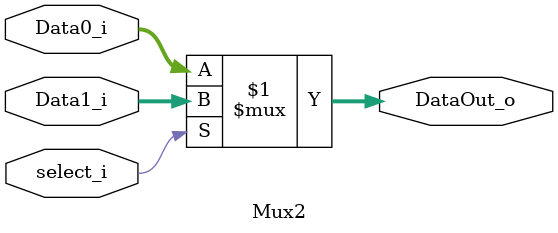
<source format=v>
module Mux2 #(
    parameter WIDTH = 8
)(
    Data0_i, 
    Data1_i,
    select_i,
    DataOut_o
);

    input [WIDTH-1:0] Data0_i, Data1_i;
    input select_i;
    output [WIDTH-1:0] DataOut_o;

    assign DataOut_o = select_i ? Data1_i : Data0_i;
    
endmodule

</source>
